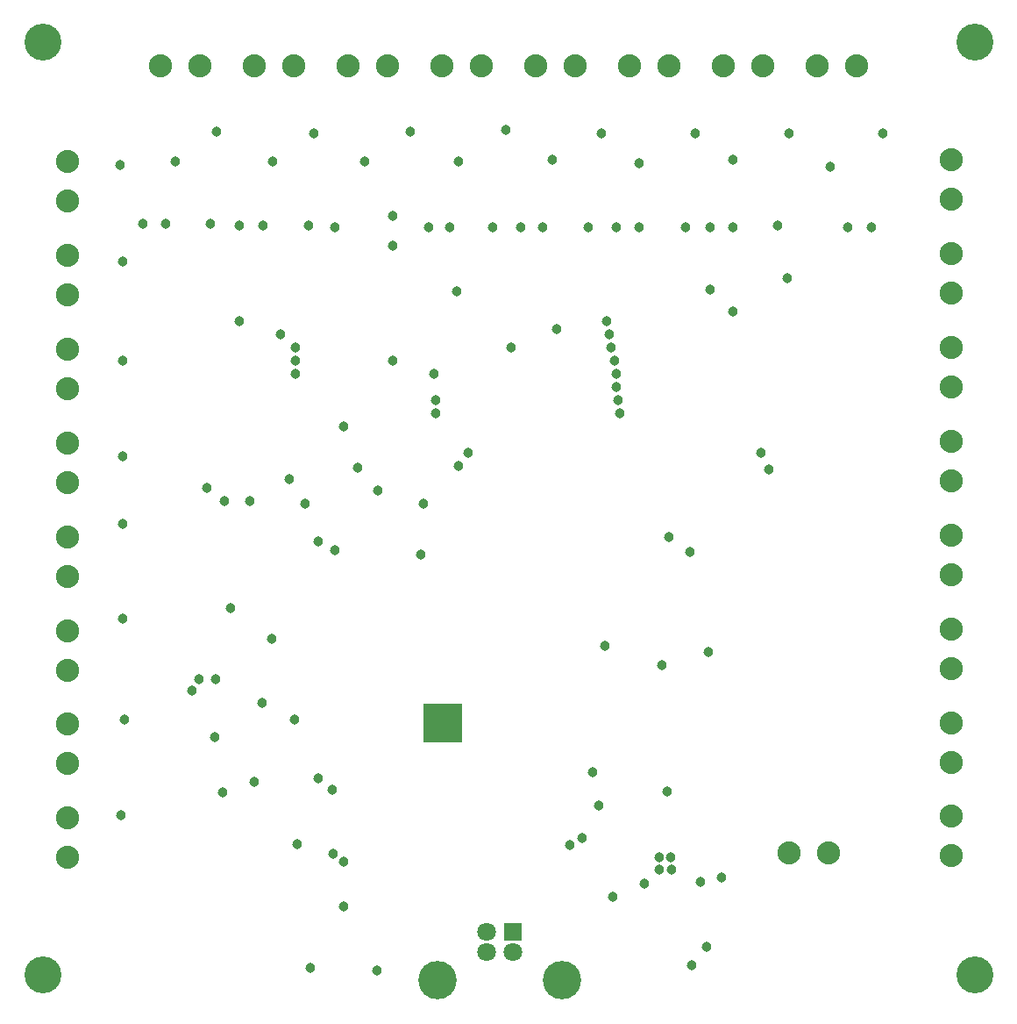
<source format=gbs>
G04 DipTrace 3.2.0.1*
G04 BottomMask.gbr*
%MOIN*%
G04 #@! TF.FileFunction,Soldermask,Bot*
G04 #@! TF.Part,Single*
%ADD52C,0.14*%
%ADD55C,0.038032*%
%ADD57R,0.145827X0.145827*%
%ADD61C,0.145827*%
%ADD63C,0.071024*%
%ADD65R,0.071024X0.071024*%
%ADD101C,0.088032*%
%FSLAX26Y26*%
G04*
G70*
G90*
G75*
G01*
G04 BotMask*
%LPD*%
D55*
X2202756Y690000D3*
X765756Y1278000D3*
X1815136Y2181479D3*
X1633867Y1793938D3*
X2658975Y1806440D3*
X2927753Y2181479D3*
X1215073Y225024D3*
X2552714Y1375144D3*
X3390302Y3394106D3*
X858581Y3400357D3*
X1227575Y3394106D3*
X1596364Y3400357D3*
X1958902Y3406608D3*
X2321440Y3394106D3*
X2677727D3*
X3034014D3*
X858581Y3400357D3*
X1227575Y3394106D3*
X1777633Y2131474D3*
X1340087Y2281490D3*
X1396354Y2125018D3*
X2483957Y543807D3*
X2365194Y493802D3*
X2721482Y303556D3*
X2483957Y543807D3*
X2721482Y303556D3*
X3259038Y3037819D3*
X3027764Y2844049D3*
X665016Y3050320D3*
X1690123Y2331531D3*
X1033804Y3044070D3*
X1690123Y2381531D3*
X1527606Y2531516D3*
Y2969062D3*
X1746379Y3037819D3*
X1683873Y2481531D3*
X2096416Y3037819D3*
X2152672Y2650278D3*
X2465205Y3037819D3*
X1977654Y2581531D3*
X2821492Y3037819D3*
Y2719035D3*
X2310756Y840000D3*
X1164756Y696000D3*
D3*
X2577717Y1862696D3*
X2727732Y1423623D3*
X2959007Y2118972D3*
X1471157Y2037714D3*
X1646369Y1987709D3*
X702315Y3287844D3*
X1071104Y3288050D3*
X1421140D3*
X1777428Y3287845D3*
X833783Y3050320D3*
X702315Y3287844D3*
X1208823Y3044070D3*
X2133715Y3294301D3*
X2271434Y3037819D3*
X1527606Y3081573D3*
X2640223Y3037819D3*
X2465205Y3281594D3*
X2990260Y3044070D3*
X2821492Y3294096D3*
X3190281Y3269093D3*
X3346547Y3037819D3*
X1908896D3*
X2665226Y235672D3*
X912756Y1590000D3*
X1068756Y1476000D3*
X2335932Y1447824D3*
X1246327Y1843944D3*
X1196322Y1987709D3*
X879756Y891000D3*
X789756Y1320000D3*
X888756Y1998000D3*
X984756D3*
X1308833Y1812690D3*
X1133815Y2081469D3*
X819756Y2049000D3*
X1467756Y216000D3*
X1341756Y459000D3*
Y627000D3*
X1245756Y945000D3*
X489793Y3275549D3*
X2340192Y2681531D3*
X2247756Y717000D3*
X849756Y1101000D3*
X2286756Y969000D3*
X1155756Y1167000D3*
X502294Y2906760D3*
X2352693Y2631526D3*
X502294Y2531720D3*
X2358944Y2581521D3*
X502294Y2169182D3*
X2371445Y2531516D3*
X502294Y1912701D3*
X2377696Y2481510D3*
X502294Y1550163D3*
X2377696Y2431505D3*
X508545Y1168873D3*
X2383946Y2381500D3*
X496043Y806335D3*
X2390197Y2331495D3*
X2777738Y568810D3*
X2696479Y550058D3*
X2571756Y894000D3*
X1029756Y1233000D3*
X999756Y933000D3*
X855756Y1320000D3*
X946295Y2681531D3*
X577507Y3050320D3*
X946295Y3044070D3*
X1102556Y2631531D3*
X1308833Y3037819D3*
X1158818Y2581521D3*
X1665121Y3037819D3*
X1158818Y2531516D3*
X2015157Y3037819D3*
X1158818Y2481510D3*
X2377696Y3037819D3*
X1771382Y2794043D3*
X2733983Y3037819D3*
Y2800294D3*
X1302756Y657000D3*
X1296756Y900000D3*
X2541756Y645000D3*
X2583756D3*
X2541756Y597000D3*
X2586756D3*
D101*
X289976Y3137829D3*
Y3287829D3*
Y2781542D3*
Y2931542D3*
Y2425255D3*
Y2575255D3*
Y2068967D3*
Y2218967D3*
Y1712680D3*
Y1862680D3*
Y1356392D3*
Y1506392D3*
Y1000105D3*
Y1150105D3*
Y643818D3*
Y793818D3*
X3183756Y663000D3*
X3033756D3*
X3652829Y800084D3*
Y650084D3*
Y1156371D3*
Y1006371D3*
Y1512659D3*
Y1362659D3*
Y1868946D3*
Y1718946D3*
Y2225234D3*
Y2075234D3*
Y2581521D3*
Y2431521D3*
Y2937808D3*
Y2787808D3*
Y3294096D3*
Y3144096D3*
D65*
X1983904Y362538D3*
D63*
X1885479D3*
Y283798D3*
X1983904D3*
D61*
X1697684Y177105D3*
X2171699D3*
D57*
X1719719Y1155762D3*
D101*
X646264Y3650383D3*
X796264D3*
X1002551D3*
X1152551D3*
X1358839D3*
X1508839D3*
X1715126D3*
X1865126D3*
X2071413D3*
X2221413D3*
X2427701D3*
X2577701D3*
X2783988D3*
X2933988D3*
X3140276D3*
X3290276D3*
D52*
X3740157Y196850D3*
X196850D3*
Y3740157D3*
X3740157D3*
M02*

</source>
